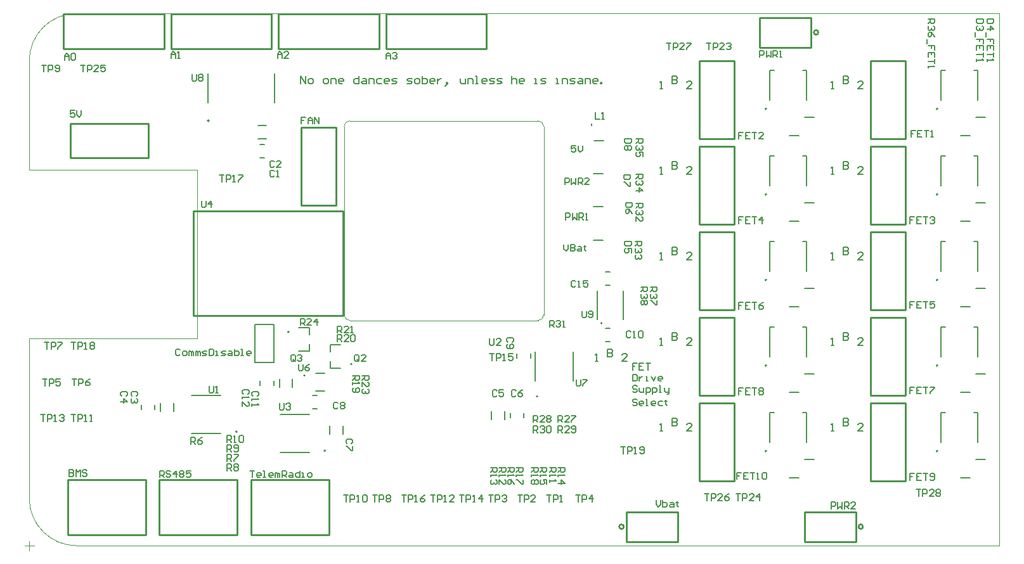
<source format=gto>
G04 Layer_Color=65535*
%FSLAX25Y25*%
%MOIN*%
G70*
G01*
G75*
%ADD27C,0.01000*%
%ADD30C,0.00100*%
%ADD63C,0.00787*%
%ADD64C,0.00500*%
%ADD65C,0.00600*%
%ADD66C,0.00700*%
D27*
X438323Y10000D02*
G03*
X438323Y10000I-1181J0D01*
G01*
X414823Y270000D02*
G03*
X414823Y270000I-1181J0D01*
G01*
X312539Y10000D02*
G03*
X312539Y10000I-1181J0D01*
G01*
X20350Y5600D02*
X61350D01*
X20350Y34600D02*
X61350D01*
X20350Y5600D02*
Y34600D01*
X61350Y5600D02*
Y34600D01*
X407496Y17874D02*
X434504D01*
Y2126D02*
Y17874D01*
X407496Y2126D02*
Y17874D01*
Y2126D02*
X434504D01*
X383996Y262126D02*
X411004D01*
X383996D02*
Y277874D01*
X411004Y262126D02*
Y277874D01*
X383996D02*
X411004D01*
X313996Y2126D02*
X341004D01*
X313996D02*
Y17874D01*
X341004Y2126D02*
Y17874D01*
X313996D02*
X341004D01*
X442300Y214000D02*
X460500D01*
X442300Y255000D02*
X460500D01*
Y214000D02*
Y255000D01*
X442300Y214000D02*
Y255000D01*
X116500Y5600D02*
X157500D01*
X116500Y34600D02*
X157500D01*
X116500Y5600D02*
Y34600D01*
X157500Y5600D02*
Y34600D01*
X161200Y179000D02*
Y220000D01*
X143000Y179000D02*
Y220000D01*
Y179000D02*
X161200D01*
X143000Y220000D02*
X161200D01*
X68400Y5600D02*
X109400D01*
X68400Y34600D02*
X109400D01*
X68400Y5600D02*
Y34600D01*
X109400Y5600D02*
Y34600D01*
X21500Y222200D02*
X62500D01*
X21500Y204000D02*
X62500D01*
Y222200D01*
X21500Y204000D02*
Y222200D01*
X187600Y279700D02*
X240400D01*
X187600Y261500D02*
X240400D01*
Y279700D01*
X187600Y261500D02*
Y279700D01*
X131100D02*
X183900D01*
X131100Y261500D02*
X183900D01*
Y279700D01*
X131100Y261500D02*
Y279700D01*
X74600D02*
X127400D01*
X74600Y261500D02*
X127400D01*
Y279700D01*
X74600Y261500D02*
Y279700D01*
X18100D02*
X70900D01*
X18100Y261500D02*
X70900D01*
Y279700D01*
X18100Y261500D02*
Y279700D01*
X164937Y120941D02*
Y176059D01*
X86197Y120941D02*
Y176059D01*
Y120941D02*
X164937D01*
X86197Y176059D02*
X164937D01*
X352300Y214000D02*
X370500D01*
X352300Y255000D02*
X370500D01*
Y214000D02*
Y255000D01*
X352300Y214000D02*
Y255000D01*
X442300Y169000D02*
X460500D01*
X442300Y210000D02*
X460500D01*
Y169000D02*
Y210000D01*
X442300Y169000D02*
Y210000D01*
X352300Y169000D02*
X370500D01*
X352300Y210000D02*
X370500D01*
Y169000D02*
Y210000D01*
X352300Y169000D02*
Y210000D01*
X442300Y124000D02*
X460500D01*
X442300Y165000D02*
X460500D01*
Y124000D02*
Y165000D01*
X442300Y124000D02*
Y165000D01*
X352300Y124000D02*
X370500D01*
X352300Y165000D02*
X370500D01*
Y124000D02*
Y165000D01*
X352300Y124000D02*
Y165000D01*
X442300Y79000D02*
X460500D01*
X442300Y120000D02*
X460500D01*
Y79000D02*
Y120000D01*
X442300Y79000D02*
Y120000D01*
X352300Y79000D02*
X370500D01*
X352300Y120000D02*
X370500D01*
Y79000D02*
Y120000D01*
X352300Y79000D02*
Y120000D01*
X442300Y34000D02*
X460500D01*
X442300Y75000D02*
X460500D01*
Y34000D02*
Y75000D01*
X442300Y34000D02*
Y75000D01*
X352300Y34000D02*
X370500D01*
X352300Y75000D02*
X370500D01*
Y34000D02*
Y75000D01*
X352300Y34000D02*
Y75000D01*
D30*
X165500Y121500D02*
G03*
X168500Y118500I3000J0D01*
G01*
X267500D02*
G03*
X270500Y121500I0J3000D01*
G01*
Y220500D02*
G03*
X267500Y223500I-3000J0D01*
G01*
X0Y25000D02*
G03*
X25000Y0I25000J0D01*
G01*
Y280000D02*
G03*
X0Y255000I0J-25000D01*
G01*
X168500Y223500D02*
G03*
X165500Y220500I0J-3000D01*
G01*
X0Y-2500D02*
Y2500D01*
X-2500Y0D02*
X2500D01*
X25000Y280000D02*
X510000D01*
X0Y25000D02*
Y109100D01*
Y197800D02*
Y255000D01*
Y109100D02*
X88300D01*
X0Y197800D02*
X88300D01*
Y109100D02*
Y197800D01*
X270500Y121500D02*
Y220500D01*
X165500Y121500D02*
Y220500D01*
X168500Y118500D02*
X267500D01*
X168500Y223500D02*
X267500D01*
X510000Y0D02*
Y280000D01*
X25000Y0D02*
X510000D01*
D63*
X267319Y78594D02*
G03*
X267319Y78594I-394J0D01*
G01*
X155799Y49925D02*
G03*
X155799Y49925I-394J0D01*
G01*
X109299Y59925D02*
G03*
X109299Y59925I-394J0D01*
G01*
X94532Y223520D02*
G03*
X94532Y223520I-394J0D01*
G01*
X387583Y49823D02*
G03*
X387583Y49823I-394J0D01*
G01*
X477583D02*
G03*
X477583Y49823I-394J0D01*
G01*
X387583Y94823D02*
G03*
X387583Y94823I-394J0D01*
G01*
X477583D02*
G03*
X477583Y94823I-394J0D01*
G01*
X387583Y139823D02*
G03*
X387583Y139823I-394J0D01*
G01*
X477583D02*
G03*
X477583Y139823I-394J0D01*
G01*
X387583Y184823D02*
G03*
X387583Y184823I-394J0D01*
G01*
X477583D02*
G03*
X477583Y184823I-394J0D01*
G01*
X387583Y229823D02*
G03*
X387583Y229823I-394J0D01*
G01*
X477583D02*
G03*
X477583Y229823I-394J0D01*
G01*
X169661Y95563D02*
G03*
X169661Y95563I-394J0D01*
G01*
X136626Y112437D02*
G03*
X136626Y112437I-394J0D01*
G01*
X145126Y89543D02*
G03*
X145126Y89543I-394J0D01*
G01*
X301169Y117051D02*
G03*
X301169Y117051I-394J0D01*
G01*
X118500Y116500D02*
X128500D01*
Y96500D02*
Y116500D01*
X118500Y96500D02*
X128500D01*
X118500D02*
Y116500D01*
X295638Y220910D02*
Y222091D01*
D64*
X285941Y86823D02*
Y102177D01*
X266059Y86823D02*
Y102177D01*
X131823Y68941D02*
X147177D01*
X131823Y49059D02*
X147177D01*
X85323Y78941D02*
X100677D01*
X85323Y59059D02*
X100677D01*
X128941Y232988D02*
Y248342D01*
X94059Y232988D02*
Y248342D01*
X389354Y69941D02*
X391717D01*
X389354Y54390D02*
Y69941D01*
X408646Y54390D02*
Y69941D01*
X406480D02*
X408646D01*
X479354D02*
X481716D01*
X479354Y54390D02*
Y69941D01*
X498646Y54390D02*
Y69941D01*
X496480D02*
X498646D01*
X389354Y114941D02*
X391717D01*
X389354Y99390D02*
Y114941D01*
X408646Y99390D02*
Y114941D01*
X406480D02*
X408646D01*
X479354D02*
X481716D01*
X479354Y99390D02*
Y114941D01*
X498646Y99390D02*
Y114941D01*
X496480D02*
X498646D01*
X389354Y159941D02*
X391717D01*
X389354Y144390D02*
Y159941D01*
X408646Y144390D02*
Y159941D01*
X406480D02*
X408646D01*
X479354D02*
X481716D01*
X479354Y144390D02*
Y159941D01*
X498646Y144390D02*
Y159941D01*
X496480D02*
X498646D01*
X389354Y204941D02*
X391717D01*
X389354Y189390D02*
Y204941D01*
X408646Y189390D02*
Y204941D01*
X406480D02*
X408646D01*
X479354D02*
X481716D01*
X479354Y189390D02*
Y204941D01*
X498646Y189390D02*
Y204941D01*
X496480D02*
X498646D01*
X389354Y249941D02*
X391717D01*
X389354Y234390D02*
Y249941D01*
X408646Y234390D02*
Y249941D01*
X406480D02*
X408646D01*
X479354D02*
X481716D01*
X479354Y234390D02*
Y249941D01*
X498646Y234390D02*
Y249941D01*
X496480D02*
X498646D01*
X263543Y98858D02*
Y101142D01*
X256457Y98858D02*
Y101142D01*
X148858Y71957D02*
X151142D01*
X148858Y79043D02*
X151142D01*
X164965Y58835D02*
Y63165D01*
X158035Y58835D02*
Y63165D01*
X260043Y67358D02*
Y69642D01*
X252957Y67358D02*
Y69642D01*
X249965Y66335D02*
Y70665D01*
X243035Y66335D02*
Y70665D01*
X58957Y71858D02*
Y74142D01*
X66043Y71858D02*
Y74142D01*
X69035Y70835D02*
Y75165D01*
X75965Y70835D02*
Y75165D01*
X121358Y211043D02*
X123642D01*
X121358Y203957D02*
X123642D01*
X120335Y220965D02*
X124665D01*
X120335Y214035D02*
X124665D01*
X131535Y83335D02*
Y87665D01*
X138465Y83335D02*
Y87665D01*
X128543Y84358D02*
Y86642D01*
X121457Y84358D02*
Y86642D01*
X158244Y93358D02*
X163756D01*
X158244Y105642D02*
X163756D01*
X158244Y93358D02*
Y97059D01*
Y101941D02*
Y105642D01*
X141744Y114642D02*
X147256D01*
X141744Y102358D02*
X147256D01*
Y110941D02*
Y114642D01*
Y102358D02*
Y106059D01*
X150539Y90606D02*
X155461D01*
X150539Y81394D02*
X155461D01*
X302858Y107457D02*
X305142D01*
X302858Y114543D02*
X305142D01*
X302858Y136957D02*
X305142D01*
X302858Y144043D02*
X305142D01*
X298557Y119020D02*
Y133980D01*
X312443Y119020D02*
Y133980D01*
D65*
X399500Y35721D02*
X404500D01*
X489500D02*
X494500D01*
X399500Y80721D02*
X404500D01*
X489500D02*
X494500D01*
X399500Y125721D02*
X404500D01*
X489500D02*
X494500D01*
X399500Y170721D02*
X404500D01*
X489500D02*
X494500D01*
X399500Y215721D02*
X404500D01*
X489500D02*
X494500D01*
X497500Y225279D02*
X502500D01*
X296500Y160780D02*
X301500D01*
X296500Y178253D02*
X301500D01*
X296500Y195727D02*
X301500D01*
X297000Y213201D02*
X302000D01*
X407500Y225279D02*
X412500D01*
X497500Y180280D02*
X502500D01*
X407500D02*
X412500D01*
X497500Y135280D02*
X502500D01*
X407500D02*
X412500D01*
X497500Y90280D02*
X502500D01*
X407500D02*
X412500D01*
X497500Y45279D02*
X502500D01*
X407500D02*
X412500D01*
D66*
X319533Y96001D02*
X317200D01*
Y94252D01*
X318366D01*
X317200D01*
Y92502D01*
X323031Y96001D02*
X320699D01*
Y92502D01*
X323031D01*
X320699Y94252D02*
X321865D01*
X324198Y96001D02*
X326530D01*
X325364D01*
Y92502D01*
X317200Y90122D02*
Y86624D01*
X318949D01*
X319533Y87207D01*
Y89539D01*
X318949Y90122D01*
X317200D01*
X320699Y88956D02*
Y86624D01*
Y87790D01*
X321282Y88373D01*
X321865Y88956D01*
X322448D01*
X324198Y86624D02*
X325364D01*
X324781D01*
Y88956D01*
X324198D01*
X327114D02*
X328280Y86624D01*
X329446Y88956D01*
X332362Y86624D02*
X331195D01*
X330612Y87207D01*
Y88373D01*
X331195Y88956D01*
X332362D01*
X332945Y88373D01*
Y87790D01*
X330612D01*
X319533Y83661D02*
X318949Y84244D01*
X317783D01*
X317200Y83661D01*
Y83078D01*
X317783Y82494D01*
X318949D01*
X319533Y81911D01*
Y81328D01*
X318949Y80745D01*
X317783D01*
X317200Y81328D01*
X320699Y83078D02*
Y81328D01*
X321282Y80745D01*
X323031D01*
Y83078D01*
X324198Y79579D02*
Y83078D01*
X325947D01*
X326530Y82494D01*
Y81328D01*
X325947Y80745D01*
X324198D01*
X327697Y79579D02*
Y83078D01*
X329446D01*
X330029Y82494D01*
Y81328D01*
X329446Y80745D01*
X327697D01*
X331195D02*
X332362D01*
X331779D01*
Y84244D01*
X331195D01*
X334111Y83078D02*
Y81328D01*
X334694Y80745D01*
X336444D01*
Y80162D01*
X335861Y79579D01*
X335278D01*
X336444Y80745D02*
Y83078D01*
X319533Y76616D02*
X318949Y77199D01*
X317783D01*
X317200Y76616D01*
Y76033D01*
X317783Y75449D01*
X318949D01*
X319533Y74866D01*
Y74283D01*
X318949Y73700D01*
X317783D01*
X317200Y74283D01*
X322448Y73700D02*
X321282D01*
X320699Y74283D01*
Y75449D01*
X321282Y76033D01*
X322448D01*
X323031Y75449D01*
Y74866D01*
X320699D01*
X324198Y73700D02*
X325364D01*
X324781D01*
Y77199D01*
X324198D01*
X328863Y73700D02*
X327697D01*
X327114Y74283D01*
Y75449D01*
X327697Y76033D01*
X328863D01*
X329446Y75449D01*
Y74866D01*
X327114D01*
X332945Y76033D02*
X331195D01*
X330612Y75449D01*
Y74283D01*
X331195Y73700D01*
X332945D01*
X334694Y76616D02*
Y76033D01*
X334111D01*
X335278D01*
X334694D01*
Y74283D01*
X335278Y73700D01*
X21000Y39999D02*
Y36500D01*
X22749D01*
X23333Y37083D01*
Y37666D01*
X22749Y38249D01*
X21000D01*
X22749D01*
X23333Y38833D01*
Y39416D01*
X22749Y39999D01*
X21000D01*
X24499Y36500D02*
Y39999D01*
X25665Y38833D01*
X26831Y39999D01*
Y36500D01*
X30330Y39416D02*
X29747Y39999D01*
X28581D01*
X27998Y39416D01*
Y38833D01*
X28581Y38249D01*
X29747D01*
X30330Y37666D01*
Y37083D01*
X29747Y36500D01*
X28581D01*
X27998Y37083D01*
X465833Y218499D02*
X463500D01*
Y216749D01*
X464666D01*
X463500D01*
Y215000D01*
X469332Y218499D02*
X466999D01*
Y215000D01*
X469332D01*
X466999Y216749D02*
X468165D01*
X470498Y218499D02*
X472830D01*
X471664D01*
Y215000D01*
X473997D02*
X475163D01*
X474580D01*
Y218499D01*
X473997Y217916D01*
X79333Y102916D02*
X78749Y103499D01*
X77583D01*
X77000Y102916D01*
Y100583D01*
X77583Y100000D01*
X78749D01*
X79333Y100583D01*
X81082Y100000D02*
X82248D01*
X82831Y100583D01*
Y101749D01*
X82248Y102333D01*
X81082D01*
X80499Y101749D01*
Y100583D01*
X81082Y100000D01*
X83998D02*
Y102333D01*
X84581D01*
X85164Y101749D01*
Y100000D01*
Y101749D01*
X85747Y102333D01*
X86330Y101749D01*
Y100000D01*
X87497D02*
Y102333D01*
X88080D01*
X88663Y101749D01*
Y100000D01*
Y101749D01*
X89246Y102333D01*
X89829Y101749D01*
Y100000D01*
X90996D02*
X92745D01*
X93328Y100583D01*
X92745Y101166D01*
X91579D01*
X90996Y101749D01*
X91579Y102333D01*
X93328D01*
X94494Y103499D02*
Y100000D01*
X96244D01*
X96827Y100583D01*
Y102916D01*
X96244Y103499D01*
X94494D01*
X97993Y100000D02*
X99159D01*
X98576D01*
Y102333D01*
X97993D01*
X100909Y100000D02*
X102658D01*
X103242Y100583D01*
X102658Y101166D01*
X101492D01*
X100909Y101749D01*
X101492Y102333D01*
X103242D01*
X104991D02*
X106157D01*
X106740Y101749D01*
Y100000D01*
X104991D01*
X104408Y100583D01*
X104991Y101166D01*
X106740D01*
X107907Y103499D02*
Y100000D01*
X109656D01*
X110239Y100583D01*
Y101166D01*
Y101749D01*
X109656Y102333D01*
X107907D01*
X111406Y100000D02*
X112572D01*
X111989D01*
Y103499D01*
X111406D01*
X116071Y100000D02*
X114904D01*
X114321Y100583D01*
Y101749D01*
X114904Y102333D01*
X116071D01*
X116654Y101749D01*
Y101166D01*
X114321D01*
X329500Y23999D02*
Y21666D01*
X330666Y20500D01*
X331833Y21666D01*
Y23999D01*
X332999D02*
Y20500D01*
X334748D01*
X335331Y21083D01*
Y21666D01*
Y22249D01*
X334748Y22833D01*
X332999D01*
X337081D02*
X338247D01*
X338830Y22249D01*
Y20500D01*
X337081D01*
X336498Y21083D01*
X337081Y21666D01*
X338830D01*
X340580Y23416D02*
Y22833D01*
X339997D01*
X341163D01*
X340580D01*
Y21083D01*
X341163Y20500D01*
X116000Y39499D02*
X118333D01*
X117166D01*
Y36000D01*
X121248D02*
X120082D01*
X119499Y36583D01*
Y37749D01*
X120082Y38333D01*
X121248D01*
X121831Y37749D01*
Y37166D01*
X119499D01*
X122998Y36000D02*
X124164D01*
X123581D01*
Y39499D01*
X122998D01*
X127663Y36000D02*
X126497D01*
X125914Y36583D01*
Y37749D01*
X126497Y38333D01*
X127663D01*
X128246Y37749D01*
Y37166D01*
X125914D01*
X129412Y36000D02*
Y38333D01*
X129996D01*
X130579Y37749D01*
Y36000D01*
Y37749D01*
X131162Y38333D01*
X131745Y37749D01*
Y36000D01*
X132911D02*
Y39499D01*
X134661D01*
X135244Y38916D01*
Y37749D01*
X134661Y37166D01*
X132911D01*
X134078D02*
X135244Y36000D01*
X136993Y38333D02*
X138160D01*
X138743Y37749D01*
Y36000D01*
X136993D01*
X136410Y36583D01*
X136993Y37166D01*
X138743D01*
X142242Y39499D02*
Y36000D01*
X140492D01*
X139909Y36583D01*
Y37749D01*
X140492Y38333D01*
X142242D01*
X143408Y36000D02*
X144574D01*
X143991D01*
Y38333D01*
X143408D01*
X146907Y36000D02*
X148073D01*
X148656Y36583D01*
Y37749D01*
X148073Y38333D01*
X146907D01*
X146324Y37749D01*
Y36583D01*
X146907Y36000D01*
X145333Y225499D02*
X143000D01*
Y223749D01*
X144166D01*
X143000D01*
Y222000D01*
X146499D02*
Y224333D01*
X147665Y225499D01*
X148831Y224333D01*
Y222000D01*
Y223749D01*
X146499D01*
X149998Y222000D02*
Y225499D01*
X152330Y222000D01*
Y225499D01*
X68500Y36000D02*
Y39499D01*
X70249D01*
X70833Y38916D01*
Y37749D01*
X70249Y37166D01*
X68500D01*
X69666D02*
X70833Y36000D01*
X74331Y38916D02*
X73748Y39499D01*
X72582D01*
X71999Y38916D01*
Y38333D01*
X72582Y37749D01*
X73748D01*
X74331Y37166D01*
Y36583D01*
X73748Y36000D01*
X72582D01*
X71999Y36583D01*
X77247Y36000D02*
Y39499D01*
X75498Y37749D01*
X77830D01*
X78997Y38916D02*
X79580Y39499D01*
X80746D01*
X81329Y38916D01*
Y38333D01*
X80746Y37749D01*
X81329Y37166D01*
Y36583D01*
X80746Y36000D01*
X79580D01*
X78997Y36583D01*
Y37166D01*
X79580Y37749D01*
X78997Y38333D01*
Y38916D01*
X79580Y37749D02*
X80746D01*
X84828Y39499D02*
X82495D01*
Y37749D01*
X83662Y38333D01*
X84245D01*
X84828Y37749D01*
Y36583D01*
X84245Y36000D01*
X83079D01*
X82495Y36583D01*
X384000Y257000D02*
Y260499D01*
X385749D01*
X386333Y259916D01*
Y258749D01*
X385749Y258166D01*
X384000D01*
X387499Y260499D02*
Y257000D01*
X388665Y258166D01*
X389831Y257000D01*
Y260499D01*
X390998Y257000D02*
Y260499D01*
X392747D01*
X393330Y259916D01*
Y258749D01*
X392747Y258166D01*
X390998D01*
X392164D02*
X393330Y257000D01*
X394497D02*
X395663D01*
X395080D01*
Y260499D01*
X394497Y259916D01*
X23933Y228899D02*
X21600D01*
Y227149D01*
X22766Y227733D01*
X23349D01*
X23933Y227149D01*
Y225983D01*
X23349Y225400D01*
X22183D01*
X21600Y225983D01*
X25099Y228899D02*
Y226566D01*
X26265Y225400D01*
X27431Y226566D01*
Y228899D01*
X297500Y227999D02*
Y224500D01*
X299833D01*
X300999D02*
X302165D01*
X301582D01*
Y227999D01*
X300999Y227416D01*
X287500Y87499D02*
Y84583D01*
X288083Y84000D01*
X289249D01*
X289833Y84583D01*
Y87499D01*
X290999D02*
X293331D01*
Y86916D01*
X290999Y84583D01*
Y84000D01*
X273500Y115000D02*
Y118499D01*
X275249D01*
X275833Y117916D01*
Y116749D01*
X275249Y116166D01*
X273500D01*
X274666D02*
X275833Y115000D01*
X276999Y117916D02*
X277582Y118499D01*
X278748D01*
X279331Y117916D01*
Y117333D01*
X278748Y116749D01*
X278165D01*
X278748D01*
X279331Y116166D01*
Y115583D01*
X278748Y115000D01*
X277582D01*
X276999Y115583D01*
X280498Y115000D02*
X281664D01*
X281081D01*
Y118499D01*
X280498Y117916D01*
X265000Y59500D02*
Y62999D01*
X266749D01*
X267333Y62416D01*
Y61249D01*
X266749Y60666D01*
X265000D01*
X266166D02*
X267333Y59500D01*
X268499Y62416D02*
X269082Y62999D01*
X270248D01*
X270831Y62416D01*
Y61833D01*
X270248Y61249D01*
X269665D01*
X270248D01*
X270831Y60666D01*
Y60083D01*
X270248Y59500D01*
X269082D01*
X268499Y60083D01*
X271998Y62416D02*
X272581Y62999D01*
X273747D01*
X274330Y62416D01*
Y60083D01*
X273747Y59500D01*
X272581D01*
X271998Y60083D01*
Y62416D01*
X278000Y59500D02*
Y62999D01*
X279749D01*
X280333Y62416D01*
Y61249D01*
X279749Y60666D01*
X278000D01*
X279166D02*
X280333Y59500D01*
X283831D02*
X281499D01*
X283831Y61833D01*
Y62416D01*
X283248Y62999D01*
X282082D01*
X281499Y62416D01*
X284998Y60083D02*
X285581Y59500D01*
X286747D01*
X287330Y60083D01*
Y62416D01*
X286747Y62999D01*
X285581D01*
X284998Y62416D01*
Y61833D01*
X285581Y61249D01*
X287330D01*
X265000Y65000D02*
Y68499D01*
X266749D01*
X267333Y67916D01*
Y66749D01*
X266749Y66166D01*
X265000D01*
X266166D02*
X267333Y65000D01*
X270831D02*
X268499D01*
X270831Y67333D01*
Y67916D01*
X270248Y68499D01*
X269082D01*
X268499Y67916D01*
X271998D02*
X272581Y68499D01*
X273747D01*
X274330Y67916D01*
Y67333D01*
X273747Y66749D01*
X274330Y66166D01*
Y65583D01*
X273747Y65000D01*
X272581D01*
X271998Y65583D01*
Y66166D01*
X272581Y66749D01*
X271998Y67333D01*
Y67916D01*
X272581Y66749D02*
X273747D01*
X278000Y65000D02*
Y68499D01*
X279749D01*
X280333Y67916D01*
Y66749D01*
X279749Y66166D01*
X278000D01*
X279166D02*
X280333Y65000D01*
X283831D02*
X281499D01*
X283831Y67333D01*
Y67916D01*
X283248Y68499D01*
X282082D01*
X281499Y67916D01*
X284998Y68499D02*
X287330D01*
Y67916D01*
X284998Y65583D01*
Y65000D01*
X131500Y74999D02*
Y72083D01*
X132083Y71500D01*
X133249D01*
X133833Y72083D01*
Y74999D01*
X134999Y74416D02*
X135582Y74999D01*
X136748D01*
X137331Y74416D01*
Y73833D01*
X136748Y73249D01*
X136165D01*
X136748D01*
X137331Y72666D01*
Y72083D01*
X136748Y71500D01*
X135582D01*
X134999Y72083D01*
X242000Y108999D02*
Y106083D01*
X242583Y105500D01*
X243749D01*
X244333Y106083D01*
Y108999D01*
X247831Y105500D02*
X245499D01*
X247831Y107833D01*
Y108416D01*
X247248Y108999D01*
X246082D01*
X245499Y108416D01*
X94500Y83999D02*
Y81083D01*
X95083Y80500D01*
X96249D01*
X96833Y81083D01*
Y83999D01*
X97999Y80500D02*
X99165D01*
X98582D01*
Y83999D01*
X97999Y83416D01*
X85500Y247999D02*
Y245083D01*
X86083Y244500D01*
X87249D01*
X87833Y245083D01*
Y247999D01*
X88999Y247416D02*
X89582Y247999D01*
X90748D01*
X91331Y247416D01*
Y246833D01*
X90748Y246249D01*
X91331Y245666D01*
Y245083D01*
X90748Y244500D01*
X89582D01*
X88999Y245083D01*
Y245666D01*
X89582Y246249D01*
X88999Y246833D01*
Y247416D01*
X89582Y246249D02*
X90748D01*
X264000Y41000D02*
X267499D01*
Y39251D01*
X266916Y38667D01*
X265749D01*
X265166Y39251D01*
Y41000D01*
Y39834D02*
X264000Y38667D01*
Y37501D02*
Y36335D01*
Y36918D01*
X267499D01*
X266916Y37501D01*
Y34585D02*
X267499Y34002D01*
Y32836D01*
X266916Y32253D01*
X266333D01*
X265749Y32836D01*
X265166Y32253D01*
X264583D01*
X264000Y32836D01*
Y34002D01*
X264583Y34585D01*
X265166D01*
X265749Y34002D01*
X266333Y34585D01*
X266916D01*
X265749Y34002D02*
Y32836D01*
X256000Y41000D02*
X259499D01*
Y39251D01*
X258916Y38667D01*
X257749D01*
X257166Y39251D01*
Y41000D01*
Y39834D02*
X256000Y38667D01*
Y37501D02*
Y36335D01*
Y36918D01*
X259499D01*
X258916Y37501D01*
X259499Y34585D02*
Y32253D01*
X258916D01*
X256583Y34585D01*
X256000D01*
X251500Y41000D02*
X254999D01*
Y39251D01*
X254416Y38667D01*
X253249D01*
X252666Y39251D01*
Y41000D01*
Y39834D02*
X251500Y38667D01*
Y37501D02*
Y36335D01*
Y36918D01*
X254999D01*
X254416Y37501D01*
X254999Y32253D02*
X254416Y33419D01*
X253249Y34585D01*
X252083D01*
X251500Y34002D01*
Y32836D01*
X252083Y32253D01*
X252666D01*
X253249Y32836D01*
Y34585D01*
X268500Y41000D02*
X271999D01*
Y39251D01*
X271416Y38667D01*
X270249D01*
X269666Y39251D01*
Y41000D01*
Y39834D02*
X268500Y38667D01*
Y37501D02*
Y36335D01*
Y36918D01*
X271999D01*
X271416Y37501D01*
X271999Y32253D02*
Y34585D01*
X270249D01*
X270833Y33419D01*
Y32836D01*
X270249Y32253D01*
X269083D01*
X268500Y32836D01*
Y34002D01*
X269083Y34585D01*
X278000Y41000D02*
X281499D01*
Y39251D01*
X280916Y38667D01*
X279749D01*
X279166Y39251D01*
Y41000D01*
Y39834D02*
X278000Y38667D01*
Y37501D02*
Y36335D01*
Y36918D01*
X281499D01*
X280916Y37501D01*
X278000Y32836D02*
X281499D01*
X279749Y34585D01*
Y32253D01*
X242500Y41000D02*
X245999D01*
Y39251D01*
X245416Y38667D01*
X244249D01*
X243666Y39251D01*
Y41000D01*
Y39834D02*
X242500Y38667D01*
Y37501D02*
Y36335D01*
Y36918D01*
X245999D01*
X245416Y37501D01*
Y34585D02*
X245999Y34002D01*
Y32836D01*
X245416Y32253D01*
X244833D01*
X244249Y32836D01*
Y33419D01*
Y32836D01*
X243666Y32253D01*
X243083D01*
X242500Y32836D01*
Y34002D01*
X243083Y34585D01*
X247000Y41000D02*
X250499D01*
Y39251D01*
X249916Y38667D01*
X248749D01*
X248166Y39251D01*
Y41000D01*
Y39834D02*
X247000Y38667D01*
Y37501D02*
Y36335D01*
Y36918D01*
X250499D01*
X249916Y37501D01*
X247000Y32253D02*
Y34585D01*
X249333Y32253D01*
X249916D01*
X250499Y32836D01*
Y34002D01*
X249916Y34585D01*
X273500Y41000D02*
X276999D01*
Y39251D01*
X276416Y38667D01*
X275249D01*
X274666Y39251D01*
Y41000D01*
Y39834D02*
X273500Y38667D01*
Y37501D02*
Y36335D01*
Y36918D01*
X276999D01*
X276416Y37501D01*
X273500Y34585D02*
Y33419D01*
Y34002D01*
X276999D01*
X276416Y34585D01*
X104000Y54500D02*
Y57999D01*
X105749D01*
X106333Y57416D01*
Y56249D01*
X105749Y55666D01*
X104000D01*
X105166D02*
X106333Y54500D01*
X107499D02*
X108665D01*
X108082D01*
Y57999D01*
X107499Y57416D01*
X110415D02*
X110998Y57999D01*
X112164D01*
X112747Y57416D01*
Y55083D01*
X112164Y54500D01*
X110998D01*
X110415Y55083D01*
Y57416D01*
X104000Y49500D02*
Y52999D01*
X105749D01*
X106333Y52416D01*
Y51249D01*
X105749Y50666D01*
X104000D01*
X105166D02*
X106333Y49500D01*
X107499Y50083D02*
X108082Y49500D01*
X109248D01*
X109831Y50083D01*
Y52416D01*
X109248Y52999D01*
X108082D01*
X107499Y52416D01*
Y51833D01*
X108082Y51249D01*
X109831D01*
X104000Y39500D02*
Y42999D01*
X105749D01*
X106333Y42416D01*
Y41249D01*
X105749Y40666D01*
X104000D01*
X105166D02*
X106333Y39500D01*
X107499Y42416D02*
X108082Y42999D01*
X109248D01*
X109831Y42416D01*
Y41833D01*
X109248Y41249D01*
X109831Y40666D01*
Y40083D01*
X109248Y39500D01*
X108082D01*
X107499Y40083D01*
Y40666D01*
X108082Y41249D01*
X107499Y41833D01*
Y42416D01*
X108082Y41249D02*
X109248D01*
X104000Y44500D02*
Y47999D01*
X105749D01*
X106333Y47416D01*
Y46249D01*
X105749Y45666D01*
X104000D01*
X105166D02*
X106333Y44500D01*
X107499Y47999D02*
X109831D01*
Y47416D01*
X107499Y45083D01*
Y44500D01*
X85000Y53500D02*
Y56999D01*
X86749D01*
X87333Y56416D01*
Y55249D01*
X86749Y54666D01*
X85000D01*
X86166D02*
X87333Y53500D01*
X90831Y56999D02*
X89665Y56416D01*
X88499Y55249D01*
Y54083D01*
X89082Y53500D01*
X90248D01*
X90831Y54083D01*
Y54666D01*
X90248Y55249D01*
X88499D01*
X501499Y277000D02*
X498000D01*
Y275251D01*
X498583Y274667D01*
X500916D01*
X501499Y275251D01*
Y277000D01*
X500916Y273501D02*
X501499Y272918D01*
Y271752D01*
X500916Y271169D01*
X500333D01*
X499749Y271752D01*
Y272335D01*
Y271752D01*
X499166Y271169D01*
X498583D01*
X498000Y271752D01*
Y272918D01*
X498583Y273501D01*
X497417Y270002D02*
Y267670D01*
X501499Y264171D02*
Y266503D01*
X499749D01*
Y265337D01*
Y266503D01*
X498000D01*
X501499Y260672D02*
Y263004D01*
X498000D01*
Y260672D01*
X499749Y263004D02*
Y261838D01*
X501499Y259506D02*
Y257173D01*
Y258339D01*
X498000D01*
Y256007D02*
Y254840D01*
Y255424D01*
X501499D01*
X500916Y256007D01*
X253916Y107167D02*
X254499Y107751D01*
Y108917D01*
X253916Y109500D01*
X251583D01*
X251000Y108917D01*
Y107751D01*
X251583Y107167D01*
Y106001D02*
X251000Y105418D01*
Y104252D01*
X251583Y103669D01*
X253916D01*
X254499Y104252D01*
Y105418D01*
X253916Y106001D01*
X253333D01*
X252749Y105418D01*
Y103669D01*
X162333Y74916D02*
X161749Y75499D01*
X160583D01*
X160000Y74916D01*
Y72583D01*
X160583Y72000D01*
X161749D01*
X162333Y72583D01*
X163499Y74916D02*
X164082Y75499D01*
X165248D01*
X165831Y74916D01*
Y74333D01*
X165248Y73749D01*
X165831Y73166D01*
Y72583D01*
X165248Y72000D01*
X164082D01*
X163499Y72583D01*
Y73166D01*
X164082Y73749D01*
X163499Y74333D01*
Y74916D01*
X164082Y73749D02*
X165248D01*
X169416Y53667D02*
X169999Y54251D01*
Y55417D01*
X169416Y56000D01*
X167083D01*
X166500Y55417D01*
Y54251D01*
X167083Y53667D01*
X169999Y52501D02*
Y50169D01*
X169416D01*
X167083Y52501D01*
X166500D01*
X255833Y81416D02*
X255249Y81999D01*
X254083D01*
X253500Y81416D01*
Y79083D01*
X254083Y78500D01*
X255249D01*
X255833Y79083D01*
X259331Y81999D02*
X258165Y81416D01*
X256999Y80249D01*
Y79083D01*
X257582Y78500D01*
X258748D01*
X259331Y79083D01*
Y79666D01*
X258748Y80249D01*
X256999D01*
X245833Y81416D02*
X245249Y81999D01*
X244083D01*
X243500Y81416D01*
Y79083D01*
X244083Y78500D01*
X245249D01*
X245833Y79083D01*
X249331Y81999D02*
X246999D01*
Y80249D01*
X248165Y80833D01*
X248748D01*
X249331Y80249D01*
Y79083D01*
X248748Y78500D01*
X247582D01*
X246999Y79083D01*
X50916Y78667D02*
X51499Y79251D01*
Y80417D01*
X50916Y81000D01*
X48583D01*
X48000Y80417D01*
Y79251D01*
X48583Y78667D01*
X48000Y75752D02*
X51499D01*
X49749Y77501D01*
Y75169D01*
X56416Y78667D02*
X56999Y79251D01*
Y80417D01*
X56416Y81000D01*
X54083D01*
X53500Y80417D01*
Y79251D01*
X54083Y78667D01*
X56416Y77501D02*
X56999Y76918D01*
Y75752D01*
X56416Y75169D01*
X55833D01*
X55249Y75752D01*
Y76335D01*
Y75752D01*
X54666Y75169D01*
X54083D01*
X53500Y75752D01*
Y76918D01*
X54083Y77501D01*
X128833Y201916D02*
X128249Y202499D01*
X127083D01*
X126500Y201916D01*
Y199583D01*
X127083Y199000D01*
X128249D01*
X128833Y199583D01*
X132331Y199000D02*
X129999D01*
X132331Y201333D01*
Y201916D01*
X131748Y202499D01*
X130582D01*
X129999Y201916D01*
X128833Y196916D02*
X128249Y197499D01*
X127083D01*
X126500Y196916D01*
Y194583D01*
X127083Y194000D01*
X128249D01*
X128833Y194583D01*
X129999Y194000D02*
X131165D01*
X130582D01*
Y197499D01*
X129999Y196916D01*
X187500Y256000D02*
Y258333D01*
X188666Y259499D01*
X189833Y258333D01*
Y256000D01*
Y257749D01*
X187500D01*
X190999Y258916D02*
X191582Y259499D01*
X192748D01*
X193331Y258916D01*
Y258333D01*
X192748Y257749D01*
X192165D01*
X192748D01*
X193331Y257166D01*
Y256583D01*
X192748Y256000D01*
X191582D01*
X190999Y256583D01*
X130500Y256500D02*
Y258833D01*
X131666Y259999D01*
X132833Y258833D01*
Y256500D01*
Y258249D01*
X130500D01*
X136331Y256500D02*
X133999D01*
X136331Y258833D01*
Y259416D01*
X135748Y259999D01*
X134582D01*
X133999Y259416D01*
X74500Y256500D02*
Y258833D01*
X75666Y259999D01*
X76833Y258833D01*
Y256500D01*
Y258249D01*
X74500D01*
X77999Y256500D02*
X79165D01*
X78582D01*
Y259999D01*
X77999Y259416D01*
X18500Y255500D02*
Y257833D01*
X19666Y258999D01*
X20833Y257833D01*
Y255500D01*
Y257249D01*
X18500D01*
X21999Y258416D02*
X22582Y258999D01*
X23748D01*
X24331Y258416D01*
Y256083D01*
X23748Y255500D01*
X22582D01*
X21999Y256083D01*
Y258416D01*
X119916Y78667D02*
X120499Y79251D01*
Y80417D01*
X119916Y81000D01*
X117583D01*
X117000Y80417D01*
Y79251D01*
X117583Y78667D01*
X117000Y77501D02*
Y76335D01*
Y76918D01*
X120499D01*
X119916Y77501D01*
X117000Y74585D02*
Y73419D01*
Y74002D01*
X120499D01*
X119916Y74585D01*
X114916Y79667D02*
X115499Y80251D01*
Y81417D01*
X114916Y82000D01*
X112583D01*
X112000Y81417D01*
Y80251D01*
X112583Y79667D01*
X112000Y78501D02*
Y77335D01*
Y77918D01*
X115499D01*
X114916Y78501D01*
X112000Y73253D02*
Y75585D01*
X114333Y73253D01*
X114916D01*
X115499Y73836D01*
Y75002D01*
X114916Y75585D01*
X173333Y97583D02*
Y99916D01*
X172749Y100499D01*
X171583D01*
X171000Y99916D01*
Y97583D01*
X171583Y97000D01*
X172749D01*
X172166Y98166D02*
X173333Y97000D01*
X172749D02*
X173333Y97583D01*
X176831Y97000D02*
X174499D01*
X176831Y99333D01*
Y99916D01*
X176248Y100499D01*
X175082D01*
X174499Y99916D01*
X139833Y97583D02*
Y99916D01*
X139249Y100499D01*
X138083D01*
X137500Y99916D01*
Y97583D01*
X138083Y97000D01*
X139249D01*
X138666Y98166D02*
X139833Y97000D01*
X139249D02*
X139833Y97583D01*
X140999Y99916D02*
X141582Y100499D01*
X142748D01*
X143331Y99916D01*
Y99333D01*
X142748Y98749D01*
X142165D01*
X142748D01*
X143331Y98166D01*
Y97583D01*
X142748Y97000D01*
X141582D01*
X140999Y97583D01*
X170000Y89500D02*
X173499D01*
Y87751D01*
X172916Y87167D01*
X171749D01*
X171166Y87751D01*
Y89500D01*
Y88334D02*
X170000Y87167D01*
Y86001D02*
Y84835D01*
Y85418D01*
X173499D01*
X172916Y86001D01*
X170583Y83085D02*
X170000Y82502D01*
Y81336D01*
X170583Y80753D01*
X172916D01*
X173499Y81336D01*
Y82502D01*
X172916Y83085D01*
X172333D01*
X171749Y82502D01*
Y80753D01*
X162000Y107500D02*
Y110999D01*
X163749D01*
X164333Y110416D01*
Y109249D01*
X163749Y108666D01*
X162000D01*
X163166D02*
X164333Y107500D01*
X167831D02*
X165499D01*
X167831Y109833D01*
Y110416D01*
X167248Y110999D01*
X166082D01*
X165499Y110416D01*
X168998D02*
X169581Y110999D01*
X170747D01*
X171330Y110416D01*
Y108083D01*
X170747Y107500D01*
X169581D01*
X168998Y108083D01*
Y110416D01*
X162000Y112000D02*
Y115499D01*
X163749D01*
X164333Y114916D01*
Y113749D01*
X163749Y113166D01*
X162000D01*
X163166D02*
X164333Y112000D01*
X167831D02*
X165499D01*
X167831Y114333D01*
Y114916D01*
X167248Y115499D01*
X166082D01*
X165499Y114916D01*
X168998Y112000D02*
X170164D01*
X169581D01*
Y115499D01*
X168998Y114916D01*
X175000Y89500D02*
X178499D01*
Y87751D01*
X177916Y87167D01*
X176749D01*
X176166Y87751D01*
Y89500D01*
Y88334D02*
X175000Y87167D01*
Y83669D02*
Y86001D01*
X177333Y83669D01*
X177916D01*
X178499Y84252D01*
Y85418D01*
X177916Y86001D01*
Y82502D02*
X178499Y81919D01*
Y80753D01*
X177916Y80170D01*
X177333D01*
X176749Y80753D01*
Y81336D01*
Y80753D01*
X176166Y80170D01*
X175583D01*
X175000Y80753D01*
Y81919D01*
X175583Y82502D01*
X142532Y116000D02*
Y119499D01*
X144281D01*
X144864Y118916D01*
Y117749D01*
X144281Y117166D01*
X142532D01*
X143698D02*
X144864Y116000D01*
X148363D02*
X146030D01*
X148363Y118333D01*
Y118916D01*
X147780Y119499D01*
X146614D01*
X146030Y118916D01*
X151279Y116000D02*
Y119499D01*
X149529Y117749D01*
X151862D01*
X90500Y181499D02*
Y178583D01*
X91083Y178000D01*
X92249D01*
X92833Y178583D01*
Y181499D01*
X95748Y178000D02*
Y181499D01*
X93999Y179749D01*
X96331D01*
X506999Y277000D02*
X503500D01*
Y275251D01*
X504083Y274667D01*
X506416D01*
X506999Y275251D01*
Y277000D01*
X503500Y271752D02*
X506999D01*
X505249Y273501D01*
Y271169D01*
X502917Y270002D02*
Y267670D01*
X506999Y264171D02*
Y266503D01*
X505249D01*
Y265337D01*
Y266503D01*
X503500D01*
X506999Y260672D02*
Y263004D01*
X503500D01*
Y260672D01*
X505249Y263004D02*
Y261838D01*
X506999Y259506D02*
Y257173D01*
Y258339D01*
X503500D01*
Y256007D02*
Y254840D01*
Y255424D01*
X506999D01*
X506416Y256007D01*
X316499Y160000D02*
X313000D01*
Y158251D01*
X313583Y157667D01*
X315916D01*
X316499Y158251D01*
Y160000D01*
Y154169D02*
Y156501D01*
X314749D01*
X315333Y155335D01*
Y154752D01*
X314749Y154169D01*
X313583D01*
X313000Y154752D01*
Y155918D01*
X313583Y156501D01*
X316999Y180474D02*
X313500D01*
Y178724D01*
X314083Y178141D01*
X316416D01*
X316999Y178724D01*
Y180474D01*
Y174642D02*
X316416Y175809D01*
X315249Y176975D01*
X314083D01*
X313500Y176392D01*
Y175225D01*
X314083Y174642D01*
X314666D01*
X315249Y175225D01*
Y176975D01*
X315999Y195000D02*
X312500D01*
Y193251D01*
X313083Y192667D01*
X315416D01*
X315999Y193251D01*
Y195000D01*
Y191501D02*
Y189169D01*
X315416D01*
X313083Y191501D01*
X312500D01*
X316499Y214000D02*
X313000D01*
Y212251D01*
X313583Y211667D01*
X315916D01*
X316499Y212251D01*
Y214000D01*
X315916Y210501D02*
X316499Y209918D01*
Y208752D01*
X315916Y208169D01*
X315333D01*
X314749Y208752D01*
X314166Y208169D01*
X313583D01*
X313000Y208752D01*
Y209918D01*
X313583Y210501D01*
X314166D01*
X314749Y209918D01*
X315333Y210501D01*
X315916D01*
X314749Y209918D02*
Y208752D01*
X421500Y19500D02*
Y22999D01*
X423249D01*
X423833Y22416D01*
Y21249D01*
X423249Y20666D01*
X421500D01*
X424999Y22999D02*
Y19500D01*
X426165Y20666D01*
X427331Y19500D01*
Y22999D01*
X428498Y19500D02*
Y22999D01*
X430247D01*
X430830Y22416D01*
Y21249D01*
X430247Y20666D01*
X428498D01*
X429664D02*
X430830Y19500D01*
X434329D02*
X431997D01*
X434329Y21833D01*
Y22416D01*
X433746Y22999D01*
X432580D01*
X431997Y22416D01*
X319000Y180000D02*
X322499D01*
Y178251D01*
X321916Y177667D01*
X320749D01*
X320166Y178251D01*
Y180000D01*
Y178834D02*
X319000Y177667D01*
X321916Y176501D02*
X322499Y175918D01*
Y174752D01*
X321916Y174169D01*
X321333D01*
X320749Y174752D01*
Y175335D01*
Y174752D01*
X320166Y174169D01*
X319583D01*
X319000Y174752D01*
Y175918D01*
X319583Y176501D01*
X319000Y170670D02*
Y173002D01*
X321333Y170670D01*
X321916D01*
X322499Y171253D01*
Y172419D01*
X321916Y173002D01*
X318500Y160000D02*
X321999D01*
Y158251D01*
X321416Y157667D01*
X320249D01*
X319666Y158251D01*
Y160000D01*
Y158834D02*
X318500Y157667D01*
X321416Y156501D02*
X321999Y155918D01*
Y154752D01*
X321416Y154169D01*
X320833D01*
X320249Y154752D01*
Y155335D01*
Y154752D01*
X319666Y154169D01*
X319083D01*
X318500Y154752D01*
Y155918D01*
X319083Y156501D01*
X321416Y153002D02*
X321999Y152419D01*
Y151253D01*
X321416Y150670D01*
X320833D01*
X320249Y151253D01*
Y151836D01*
Y151253D01*
X319666Y150670D01*
X319083D01*
X318500Y151253D01*
Y152419D01*
X319083Y153002D01*
X319000Y195500D02*
X322499D01*
Y193751D01*
X321916Y193167D01*
X320749D01*
X320166Y193751D01*
Y195500D01*
Y194334D02*
X319000Y193167D01*
X321916Y192001D02*
X322499Y191418D01*
Y190252D01*
X321916Y189669D01*
X321333D01*
X320749Y190252D01*
Y190835D01*
Y190252D01*
X320166Y189669D01*
X319583D01*
X319000Y190252D01*
Y191418D01*
X319583Y192001D01*
X319000Y186753D02*
X322499D01*
X320749Y188502D01*
Y186170D01*
X319000Y214000D02*
X322499D01*
Y212251D01*
X321916Y211667D01*
X320749D01*
X320166Y212251D01*
Y214000D01*
Y212834D02*
X319000Y211667D01*
X321916Y210501D02*
X322499Y209918D01*
Y208752D01*
X321916Y208169D01*
X321333D01*
X320749Y208752D01*
Y209335D01*
Y208752D01*
X320166Y208169D01*
X319583D01*
X319000Y208752D01*
Y209918D01*
X319583Y210501D01*
X322499Y204670D02*
Y207002D01*
X320749D01*
X321333Y205836D01*
Y205253D01*
X320749Y204670D01*
X319583D01*
X319000Y205253D01*
Y206419D01*
X319583Y207002D01*
X472500Y277000D02*
X475999D01*
Y275251D01*
X475416Y274667D01*
X474249D01*
X473666Y275251D01*
Y277000D01*
Y275834D02*
X472500Y274667D01*
X475416Y273501D02*
X475999Y272918D01*
Y271752D01*
X475416Y271169D01*
X474833D01*
X474249Y271752D01*
Y272335D01*
Y271752D01*
X473666Y271169D01*
X473083D01*
X472500Y271752D01*
Y272918D01*
X473083Y273501D01*
X475999Y267670D02*
X475416Y268836D01*
X474249Y270002D01*
X473083D01*
X472500Y269419D01*
Y268253D01*
X473083Y267670D01*
X473666D01*
X474249Y268253D01*
Y270002D01*
X471917Y266503D02*
Y264171D01*
X475999Y260672D02*
Y263004D01*
X474249D01*
Y261838D01*
Y263004D01*
X472500D01*
X475999Y257173D02*
Y259506D01*
X472500D01*
Y257173D01*
X474249Y259506D02*
Y258339D01*
X475999Y256007D02*
Y253674D01*
Y254840D01*
X472500D01*
Y252508D02*
Y251342D01*
Y251925D01*
X475999D01*
X475416Y252508D01*
X141500Y95499D02*
Y92583D01*
X142083Y92000D01*
X143249D01*
X143833Y92583D01*
Y95499D01*
X147331D02*
X146165Y94916D01*
X144999Y93749D01*
Y92583D01*
X145582Y92000D01*
X146748D01*
X147331Y92583D01*
Y93166D01*
X146748Y93749D01*
X144999D01*
X316333Y112416D02*
X315749Y112999D01*
X314583D01*
X314000Y112416D01*
Y110083D01*
X314583Y109500D01*
X315749D01*
X316333Y110083D01*
X317499Y109500D02*
X318665D01*
X318082D01*
Y112999D01*
X317499Y112416D01*
X320415D02*
X320998Y112999D01*
X322164D01*
X322747Y112416D01*
Y110083D01*
X322164Y109500D01*
X320998D01*
X320415Y110083D01*
Y112416D01*
X287333Y138916D02*
X286749Y139499D01*
X285583D01*
X285000Y138916D01*
Y136583D01*
X285583Y136000D01*
X286749D01*
X287333Y136583D01*
X288499Y136000D02*
X289665D01*
X289082D01*
Y139499D01*
X288499Y138916D01*
X293747Y139499D02*
X291415D01*
Y137749D01*
X292581Y138333D01*
X293164D01*
X293747Y137749D01*
Y136583D01*
X293164Y136000D01*
X291998D01*
X291415Y136583D01*
X326500Y136000D02*
X329999D01*
Y134251D01*
X329416Y133667D01*
X328249D01*
X327666Y134251D01*
Y136000D01*
Y134834D02*
X326500Y133667D01*
X329416Y132501D02*
X329999Y131918D01*
Y130752D01*
X329416Y130169D01*
X328833D01*
X328249Y130752D01*
Y131335D01*
Y130752D01*
X327666Y130169D01*
X327083D01*
X326500Y130752D01*
Y131918D01*
X327083Y132501D01*
X329999Y129002D02*
Y126670D01*
X329416D01*
X327083Y129002D01*
X326500D01*
X321500Y136000D02*
X324999D01*
Y134251D01*
X324416Y133667D01*
X323249D01*
X322666Y134251D01*
Y136000D01*
Y134834D02*
X321500Y133667D01*
X324416Y132501D02*
X324999Y131918D01*
Y130752D01*
X324416Y130169D01*
X323833D01*
X323249Y130752D01*
Y131335D01*
Y130752D01*
X322666Y130169D01*
X322083D01*
X321500Y130752D01*
Y131918D01*
X322083Y132501D01*
X324416Y129002D02*
X324999Y128419D01*
Y127253D01*
X324416Y126670D01*
X323833D01*
X323249Y127253D01*
X322666Y126670D01*
X322083D01*
X321500Y127253D01*
Y128419D01*
X322083Y129002D01*
X322666D01*
X323249Y128419D01*
X323833Y129002D01*
X324416D01*
X323249Y128419D02*
Y127253D01*
X290500Y123499D02*
Y120583D01*
X291083Y120000D01*
X292249D01*
X292833Y120583D01*
Y123499D01*
X293999Y120583D02*
X294582Y120000D01*
X295748D01*
X296331Y120583D01*
Y122916D01*
X295748Y123499D01*
X294582D01*
X293999Y122916D01*
Y122333D01*
X294582Y121749D01*
X296331D01*
X375333Y217499D02*
X373000D01*
Y215749D01*
X374166D01*
X373000D01*
Y214000D01*
X378831Y217499D02*
X376499D01*
Y214000D01*
X378831D01*
X376499Y215749D02*
X377665D01*
X379998Y217499D02*
X382330D01*
X381164D01*
Y214000D01*
X385829D02*
X383497D01*
X385829Y216333D01*
Y216916D01*
X385246Y217499D01*
X384080D01*
X383497Y216916D01*
X465333Y172999D02*
X463000D01*
Y171249D01*
X464166D01*
X463000D01*
Y169500D01*
X468831Y172999D02*
X466499D01*
Y169500D01*
X468831D01*
X466499Y171249D02*
X467665D01*
X469998Y172999D02*
X472330D01*
X471164D01*
Y169500D01*
X473497Y172416D02*
X474080Y172999D01*
X475246D01*
X475829Y172416D01*
Y171833D01*
X475246Y171249D01*
X474663D01*
X475246D01*
X475829Y170666D01*
Y170083D01*
X475246Y169500D01*
X474080D01*
X473497Y170083D01*
X375333Y172999D02*
X373000D01*
Y171249D01*
X374166D01*
X373000D01*
Y169500D01*
X378831Y172999D02*
X376499D01*
Y169500D01*
X378831D01*
X376499Y171249D02*
X377665D01*
X379998Y172999D02*
X382330D01*
X381164D01*
Y169500D01*
X385246D02*
Y172999D01*
X383497Y171249D01*
X385829D01*
X465333Y128499D02*
X463000D01*
Y126749D01*
X464166D01*
X463000D01*
Y125000D01*
X468831Y128499D02*
X466499D01*
Y125000D01*
X468831D01*
X466499Y126749D02*
X467665D01*
X469998Y128499D02*
X472330D01*
X471164D01*
Y125000D01*
X475829Y128499D02*
X473497D01*
Y126749D01*
X474663Y127333D01*
X475246D01*
X475829Y126749D01*
Y125583D01*
X475246Y125000D01*
X474080D01*
X473497Y125583D01*
X375333Y127999D02*
X373000D01*
Y126249D01*
X374166D01*
X373000D01*
Y124500D01*
X378831Y127999D02*
X376499D01*
Y124500D01*
X378831D01*
X376499Y126249D02*
X377665D01*
X379998Y127999D02*
X382330D01*
X381164D01*
Y124500D01*
X385829Y127999D02*
X384663Y127416D01*
X383497Y126249D01*
Y125083D01*
X384080Y124500D01*
X385246D01*
X385829Y125083D01*
Y125666D01*
X385246Y126249D01*
X383497D01*
X465333Y83499D02*
X463000D01*
Y81749D01*
X464166D01*
X463000D01*
Y80000D01*
X468831Y83499D02*
X466499D01*
Y80000D01*
X468831D01*
X466499Y81749D02*
X467665D01*
X469998Y83499D02*
X472330D01*
X471164D01*
Y80000D01*
X473497Y83499D02*
X475829D01*
Y82916D01*
X473497Y80583D01*
Y80000D01*
X375333Y82999D02*
X373000D01*
Y81249D01*
X374166D01*
X373000D01*
Y79500D01*
X378831Y82999D02*
X376499D01*
Y79500D01*
X378831D01*
X376499Y81249D02*
X377665D01*
X379998Y82999D02*
X382330D01*
X381164D01*
Y79500D01*
X383497Y82416D02*
X384080Y82999D01*
X385246D01*
X385829Y82416D01*
Y81833D01*
X385246Y81249D01*
X385829Y80666D01*
Y80083D01*
X385246Y79500D01*
X384080D01*
X383497Y80083D01*
Y80666D01*
X384080Y81249D01*
X383497Y81833D01*
Y82416D01*
X384080Y81249D02*
X385246D01*
X465333Y37999D02*
X463000D01*
Y36249D01*
X464166D01*
X463000D01*
Y34500D01*
X468831Y37999D02*
X466499D01*
Y34500D01*
X468831D01*
X466499Y36249D02*
X467665D01*
X469998Y37999D02*
X472330D01*
X471164D01*
Y34500D01*
X473497Y35083D02*
X474080Y34500D01*
X475246D01*
X475829Y35083D01*
Y37416D01*
X475246Y37999D01*
X474080D01*
X473497Y37416D01*
Y36833D01*
X474080Y36249D01*
X475829D01*
X374333Y38499D02*
X372000D01*
Y36749D01*
X373166D01*
X372000D01*
Y35000D01*
X377831Y38499D02*
X375499D01*
Y35000D01*
X377831D01*
X375499Y36749D02*
X376665D01*
X378998Y38499D02*
X381330D01*
X380164D01*
Y35000D01*
X382497D02*
X383663D01*
X383080D01*
Y38499D01*
X382497Y37916D01*
X385412D02*
X385996Y38499D01*
X387162D01*
X387745Y37916D01*
Y35583D01*
X387162Y35000D01*
X385996D01*
X385412Y35583D01*
Y37916D01*
X272000Y26599D02*
X274333D01*
X273166D01*
Y23100D01*
X275499D02*
Y26599D01*
X277248D01*
X277831Y26016D01*
Y24849D01*
X277248Y24266D01*
X275499D01*
X278998Y23100D02*
X280164D01*
X279581D01*
Y26599D01*
X278998Y26016D01*
X256800Y26599D02*
X259133D01*
X257966D01*
Y23100D01*
X260299D02*
Y26599D01*
X262048D01*
X262631Y26016D01*
Y24849D01*
X262048Y24266D01*
X260299D01*
X266130Y23100D02*
X263798D01*
X266130Y25433D01*
Y26016D01*
X265547Y26599D01*
X264381D01*
X263798Y26016D01*
X241600Y26599D02*
X243933D01*
X242766D01*
Y23100D01*
X245099D02*
Y26599D01*
X246848D01*
X247431Y26016D01*
Y24849D01*
X246848Y24266D01*
X245099D01*
X248598Y26016D02*
X249181Y26599D01*
X250347D01*
X250930Y26016D01*
Y25433D01*
X250347Y24849D01*
X249764D01*
X250347D01*
X250930Y24266D01*
Y23683D01*
X250347Y23100D01*
X249181D01*
X248598Y23683D01*
X287300Y26599D02*
X289633D01*
X288466D01*
Y23100D01*
X290799D02*
Y26599D01*
X292548D01*
X293131Y26016D01*
Y24849D01*
X292548Y24266D01*
X290799D01*
X296047Y23100D02*
Y26599D01*
X294298Y24849D01*
X296630D01*
X7000Y87649D02*
X9333D01*
X8166D01*
Y84150D01*
X10499D02*
Y87649D01*
X12248D01*
X12832Y87066D01*
Y85899D01*
X12248Y85316D01*
X10499D01*
X16330Y87649D02*
X13998D01*
Y85899D01*
X15164Y86483D01*
X15747D01*
X16330Y85899D01*
Y84733D01*
X15747Y84150D01*
X14581D01*
X13998Y84733D01*
X22500Y87749D02*
X24833D01*
X23666D01*
Y84250D01*
X25999D02*
Y87749D01*
X27748D01*
X28332Y87166D01*
Y85999D01*
X27748Y85416D01*
X25999D01*
X31830Y87749D02*
X30664Y87166D01*
X29498Y85999D01*
Y84833D01*
X30081Y84250D01*
X31247D01*
X31830Y84833D01*
Y85416D01*
X31247Y85999D01*
X29498D01*
X8000Y106999D02*
X10333D01*
X9166D01*
Y103500D01*
X11499D02*
Y106999D01*
X13248D01*
X13832Y106416D01*
Y105249D01*
X13248Y104666D01*
X11499D01*
X14998Y106999D02*
X17330D01*
Y106416D01*
X14998Y104083D01*
Y103500D01*
X180600Y26599D02*
X182933D01*
X181766D01*
Y23100D01*
X184099D02*
Y26599D01*
X185848D01*
X186431Y26016D01*
Y24849D01*
X185848Y24266D01*
X184099D01*
X187598Y26016D02*
X188181Y26599D01*
X189347D01*
X189930Y26016D01*
Y25433D01*
X189347Y24849D01*
X189930Y24266D01*
Y23683D01*
X189347Y23100D01*
X188181D01*
X187598Y23683D01*
Y24266D01*
X188181Y24849D01*
X187598Y25433D01*
Y26016D01*
X188181Y24849D02*
X189347D01*
X6600Y252799D02*
X8933D01*
X7766D01*
Y249300D01*
X10099D02*
Y252799D01*
X11848D01*
X12431Y252216D01*
Y251049D01*
X11848Y250466D01*
X10099D01*
X13598Y249883D02*
X14181Y249300D01*
X15347D01*
X15930Y249883D01*
Y252216D01*
X15347Y252799D01*
X14181D01*
X13598Y252216D01*
Y251633D01*
X14181Y251049D01*
X15930D01*
X165300Y26599D02*
X167633D01*
X166466D01*
Y23100D01*
X168799D02*
Y26599D01*
X170548D01*
X171131Y26016D01*
Y24849D01*
X170548Y24266D01*
X168799D01*
X172298Y23100D02*
X173464D01*
X172881D01*
Y26599D01*
X172298Y26016D01*
X175214D02*
X175797Y26599D01*
X176963D01*
X177546Y26016D01*
Y23683D01*
X176963Y23100D01*
X175797D01*
X175214Y23683D01*
Y26016D01*
X22000Y68999D02*
X24333D01*
X23166D01*
Y65500D01*
X25499D02*
Y68999D01*
X27248D01*
X27832Y68416D01*
Y67249D01*
X27248Y66666D01*
X25499D01*
X28998Y65500D02*
X30164D01*
X29581D01*
Y68999D01*
X28998Y68416D01*
X31914Y65500D02*
X33080D01*
X32497D01*
Y68999D01*
X31914Y68416D01*
X211050Y26599D02*
X213383D01*
X212216D01*
Y23100D01*
X214549D02*
Y26599D01*
X216298D01*
X216881Y26016D01*
Y24849D01*
X216298Y24266D01*
X214549D01*
X218048Y23100D02*
X219214D01*
X218631D01*
Y26599D01*
X218048Y26016D01*
X223296Y23100D02*
X220964D01*
X223296Y25433D01*
Y26016D01*
X222713Y26599D01*
X221547D01*
X220964Y26016D01*
X6000Y68999D02*
X8333D01*
X7166D01*
Y65500D01*
X9499D02*
Y68999D01*
X11248D01*
X11831Y68416D01*
Y67249D01*
X11248Y66666D01*
X9499D01*
X12998Y65500D02*
X14164D01*
X13581D01*
Y68999D01*
X12998Y68416D01*
X15913D02*
X16497Y68999D01*
X17663D01*
X18246Y68416D01*
Y67833D01*
X17663Y67249D01*
X17080D01*
X17663D01*
X18246Y66666D01*
Y66083D01*
X17663Y65500D01*
X16497D01*
X15913Y66083D01*
X226250Y26599D02*
X228583D01*
X227416D01*
Y23100D01*
X229749D02*
Y26599D01*
X231498D01*
X232081Y26016D01*
Y24849D01*
X231498Y24266D01*
X229749D01*
X233248Y23100D02*
X234414D01*
X233831D01*
Y26599D01*
X233248Y26016D01*
X237913Y23100D02*
Y26599D01*
X236163Y24849D01*
X238496D01*
X242000Y100999D02*
X244333D01*
X243166D01*
Y97500D01*
X245499D02*
Y100999D01*
X247248D01*
X247831Y100416D01*
Y99249D01*
X247248Y98666D01*
X245499D01*
X248998Y97500D02*
X250164D01*
X249581D01*
Y100999D01*
X248998Y100416D01*
X254246Y100999D02*
X251913D01*
Y99249D01*
X253080Y99833D01*
X253663D01*
X254246Y99249D01*
Y98083D01*
X253663Y97500D01*
X252497D01*
X251913Y98083D01*
X195800Y26599D02*
X198133D01*
X196966D01*
Y23100D01*
X199299D02*
Y26599D01*
X201048D01*
X201631Y26016D01*
Y24849D01*
X201048Y24266D01*
X199299D01*
X202798Y23100D02*
X203964D01*
X203381D01*
Y26599D01*
X202798Y26016D01*
X208046Y26599D02*
X206880Y26016D01*
X205714Y24849D01*
Y23683D01*
X206297Y23100D01*
X207463D01*
X208046Y23683D01*
Y24266D01*
X207463Y24849D01*
X205714D01*
X100000Y194999D02*
X102333D01*
X101166D01*
Y191500D01*
X103499D02*
Y194999D01*
X105248D01*
X105831Y194416D01*
Y193249D01*
X105248Y192666D01*
X103499D01*
X106998Y191500D02*
X108164D01*
X107581D01*
Y194999D01*
X106998Y194416D01*
X109914Y194999D02*
X112246D01*
Y194416D01*
X109914Y192083D01*
Y191500D01*
X22000Y106999D02*
X24333D01*
X23166D01*
Y103500D01*
X25499D02*
Y106999D01*
X27248D01*
X27832Y106416D01*
Y105249D01*
X27248Y104666D01*
X25499D01*
X28998Y103500D02*
X30164D01*
X29581D01*
Y106999D01*
X28998Y106416D01*
X31914D02*
X32497Y106999D01*
X33663D01*
X34246Y106416D01*
Y105833D01*
X33663Y105249D01*
X34246Y104666D01*
Y104083D01*
X33663Y103500D01*
X32497D01*
X31914Y104083D01*
Y104666D01*
X32497Y105249D01*
X31914Y105833D01*
Y106416D01*
X32497Y105249D02*
X33663D01*
X311000Y51999D02*
X313333D01*
X312166D01*
Y48500D01*
X314499D02*
Y51999D01*
X316248D01*
X316831Y51416D01*
Y50249D01*
X316248Y49666D01*
X314499D01*
X317998Y48500D02*
X319164D01*
X318581D01*
Y51999D01*
X317998Y51416D01*
X320914Y49083D02*
X321497Y48500D01*
X322663D01*
X323246Y49083D01*
Y51416D01*
X322663Y51999D01*
X321497D01*
X320914Y51416D01*
Y50833D01*
X321497Y50249D01*
X323246D01*
X356000Y264499D02*
X358333D01*
X357166D01*
Y261000D01*
X359499D02*
Y264499D01*
X361248D01*
X361831Y263916D01*
Y262749D01*
X361248Y262166D01*
X359499D01*
X365330Y261000D02*
X362998D01*
X365330Y263333D01*
Y263916D01*
X364747Y264499D01*
X363581D01*
X362998Y263916D01*
X366497D02*
X367080Y264499D01*
X368246D01*
X368829Y263916D01*
Y263333D01*
X368246Y262749D01*
X367663D01*
X368246D01*
X368829Y262166D01*
Y261583D01*
X368246Y261000D01*
X367080D01*
X366497Y261583D01*
X371600Y27299D02*
X373933D01*
X372766D01*
Y23800D01*
X375099D02*
Y27299D01*
X376848D01*
X377431Y26716D01*
Y25549D01*
X376848Y24966D01*
X375099D01*
X380930Y23800D02*
X378598D01*
X380930Y26133D01*
Y26716D01*
X380347Y27299D01*
X379181D01*
X378598Y26716D01*
X383846Y23800D02*
Y27299D01*
X382097Y25549D01*
X384429D01*
X27100Y252799D02*
X29433D01*
X28266D01*
Y249300D01*
X30599D02*
Y252799D01*
X32348D01*
X32932Y252216D01*
Y251049D01*
X32348Y250466D01*
X30599D01*
X36430Y249300D02*
X34098D01*
X36430Y251633D01*
Y252216D01*
X35847Y252799D01*
X34681D01*
X34098Y252216D01*
X39929Y252799D02*
X37597D01*
Y251049D01*
X38763Y251633D01*
X39346D01*
X39929Y251049D01*
Y249883D01*
X39346Y249300D01*
X38180D01*
X37597Y249883D01*
X355100Y27299D02*
X357433D01*
X356266D01*
Y23800D01*
X358599D02*
Y27299D01*
X360348D01*
X360931Y26716D01*
Y25549D01*
X360348Y24966D01*
X358599D01*
X364430Y23800D02*
X362098D01*
X364430Y26133D01*
Y26716D01*
X363847Y27299D01*
X362681D01*
X362098Y26716D01*
X367929Y27299D02*
X366763Y26716D01*
X365597Y25549D01*
Y24383D01*
X366180Y23800D01*
X367346D01*
X367929Y24383D01*
Y24966D01*
X367346Y25549D01*
X365597D01*
X335000Y264499D02*
X337333D01*
X336166D01*
Y261000D01*
X338499D02*
Y264499D01*
X340248D01*
X340831Y263916D01*
Y262749D01*
X340248Y262166D01*
X338499D01*
X344330Y261000D02*
X341998D01*
X344330Y263333D01*
Y263916D01*
X343747Y264499D01*
X342581D01*
X341998Y263916D01*
X345497Y264499D02*
X347829D01*
Y263916D01*
X345497Y261583D01*
Y261000D01*
X466300Y29599D02*
X468633D01*
X467466D01*
Y26100D01*
X469799D02*
Y29599D01*
X471548D01*
X472131Y29016D01*
Y27849D01*
X471548Y27266D01*
X469799D01*
X475630Y26100D02*
X473298D01*
X475630Y28433D01*
Y29016D01*
X475047Y29599D01*
X473881D01*
X473298Y29016D01*
X476797D02*
X477380Y29599D01*
X478546D01*
X479129Y29016D01*
Y28433D01*
X478546Y27849D01*
X479129Y27266D01*
Y26683D01*
X478546Y26100D01*
X477380D01*
X476797Y26683D01*
Y27266D01*
X477380Y27849D01*
X476797Y28433D01*
Y29016D01*
X477380Y27849D02*
X478546D01*
X331500Y240500D02*
X332833D01*
X332166D01*
Y244499D01*
X331500Y243832D01*
X338000Y246999D02*
Y243000D01*
X339999D01*
X340666Y243666D01*
Y244333D01*
X339999Y244999D01*
X338000D01*
X339999D01*
X340666Y245666D01*
Y246332D01*
X339999Y246999D01*
X338000D01*
X348166Y240500D02*
X345500D01*
X348166Y243166D01*
Y243832D01*
X347499Y244499D01*
X346166D01*
X345500Y243832D01*
X297500Y97000D02*
X298833D01*
X298166D01*
Y100999D01*
X297500Y100332D01*
X304000Y103499D02*
Y99500D01*
X305999D01*
X306666Y100166D01*
Y100833D01*
X305999Y101499D01*
X304000D01*
X305999D01*
X306666Y102166D01*
Y102832D01*
X305999Y103499D01*
X304000D01*
X314166Y97000D02*
X311500D01*
X314166Y99666D01*
Y100332D01*
X313499Y100999D01*
X312166D01*
X311500Y100332D01*
X438166Y240500D02*
X435500D01*
X438166Y243166D01*
Y243832D01*
X437499Y244499D01*
X436166D01*
X435500Y243832D01*
X428000Y246999D02*
Y243000D01*
X429999D01*
X430666Y243666D01*
Y244333D01*
X429999Y244999D01*
X428000D01*
X429999D01*
X430666Y245666D01*
Y246332D01*
X429999Y246999D01*
X428000D01*
X421500Y240500D02*
X422833D01*
X422166D01*
Y244499D01*
X421500Y243832D01*
X438166Y195500D02*
X435500D01*
X438166Y198166D01*
Y198832D01*
X437499Y199499D01*
X436166D01*
X435500Y198832D01*
X428000Y201999D02*
Y198000D01*
X429999D01*
X430666Y198667D01*
Y199333D01*
X429999Y199999D01*
X428000D01*
X429999D01*
X430666Y200666D01*
Y201332D01*
X429999Y201999D01*
X428000D01*
X421500Y195500D02*
X422833D01*
X422166D01*
Y199499D01*
X421500Y198832D01*
X331500Y195500D02*
X332833D01*
X332166D01*
Y199499D01*
X331500Y198832D01*
X338000Y201999D02*
Y198000D01*
X339999D01*
X340666Y198667D01*
Y199333D01*
X339999Y199999D01*
X338000D01*
X339999D01*
X340666Y200666D01*
Y201332D01*
X339999Y201999D01*
X338000D01*
X348166Y195500D02*
X345500D01*
X348166Y198166D01*
Y198832D01*
X347499Y199499D01*
X346166D01*
X345500Y198832D01*
X438166Y150500D02*
X435500D01*
X438166Y153166D01*
Y153832D01*
X437499Y154499D01*
X436166D01*
X435500Y153832D01*
X428000Y156999D02*
Y153000D01*
X429999D01*
X430666Y153666D01*
Y154333D01*
X429999Y154999D01*
X428000D01*
X429999D01*
X430666Y155666D01*
Y156332D01*
X429999Y156999D01*
X428000D01*
X421500Y150500D02*
X422833D01*
X422166D01*
Y154499D01*
X421500Y153832D01*
X331500Y150500D02*
X332833D01*
X332166D01*
Y154499D01*
X331500Y153832D01*
X338000Y156999D02*
Y153000D01*
X339999D01*
X340666Y153666D01*
Y154333D01*
X339999Y154999D01*
X338000D01*
X339999D01*
X340666Y155666D01*
Y156332D01*
X339999Y156999D01*
X338000D01*
X348166Y150500D02*
X345500D01*
X348166Y153166D01*
Y153832D01*
X347499Y154499D01*
X346166D01*
X345500Y153832D01*
X438166Y105500D02*
X435500D01*
X438166Y108166D01*
Y108832D01*
X437499Y109499D01*
X436166D01*
X435500Y108832D01*
X428000Y111999D02*
Y108000D01*
X429999D01*
X430666Y108667D01*
Y109333D01*
X429999Y109999D01*
X428000D01*
X429999D01*
X430666Y110666D01*
Y111332D01*
X429999Y111999D01*
X428000D01*
X421500Y105500D02*
X422833D01*
X422166D01*
Y109499D01*
X421500Y108832D01*
X438166Y60500D02*
X435500D01*
X438166Y63166D01*
Y63832D01*
X437499Y64499D01*
X436166D01*
X435500Y63832D01*
X428000Y66999D02*
Y63000D01*
X429999D01*
X430666Y63666D01*
Y64333D01*
X429999Y64999D01*
X428000D01*
X429999D01*
X430666Y65666D01*
Y66332D01*
X429999Y66999D01*
X428000D01*
X421500Y60500D02*
X422833D01*
X422166D01*
Y64499D01*
X421500Y63832D01*
X331500Y60500D02*
X332833D01*
X332166D01*
Y64499D01*
X331500Y63832D01*
X338000Y66999D02*
Y63000D01*
X339999D01*
X340666Y63666D01*
Y64333D01*
X339999Y64999D01*
X338000D01*
X339999D01*
X340666Y65666D01*
Y66332D01*
X339999Y66999D01*
X338000D01*
X348166Y60500D02*
X345500D01*
X348166Y63166D01*
Y63832D01*
X347499Y64499D01*
X346166D01*
X345500Y63832D01*
X331500Y105500D02*
X332833D01*
X332166D01*
Y109499D01*
X331500Y108832D01*
X338000Y111999D02*
Y108000D01*
X339999D01*
X340666Y108667D01*
Y109333D01*
X339999Y109999D01*
X338000D01*
X339999D01*
X340666Y110666D01*
Y111332D01*
X339999Y111999D01*
X338000D01*
X348166Y105500D02*
X345500D01*
X348166Y108166D01*
Y108832D01*
X347499Y109499D01*
X346166D01*
X345500Y108832D01*
X281000Y158499D02*
Y156166D01*
X282166Y155000D01*
X283333Y156166D01*
Y158499D01*
X284499D02*
Y155000D01*
X286248D01*
X286831Y155583D01*
Y156166D01*
X286248Y156749D01*
X284499D01*
X286248D01*
X286831Y157333D01*
Y157916D01*
X286248Y158499D01*
X284499D01*
X288581Y157333D02*
X289747D01*
X290330Y156749D01*
Y155000D01*
X288581D01*
X287998Y155583D01*
X288581Y156166D01*
X290330D01*
X292080Y157916D02*
Y157333D01*
X291497D01*
X292663D01*
X292080D01*
Y155583D01*
X292663Y155000D01*
X282000Y171500D02*
Y174999D01*
X283749D01*
X284333Y174416D01*
Y173249D01*
X283749Y172666D01*
X282000D01*
X285499Y174999D02*
Y171500D01*
X286665Y172666D01*
X287831Y171500D01*
Y174999D01*
X288998Y171500D02*
Y174999D01*
X290747D01*
X291330Y174416D01*
Y173249D01*
X290747Y172666D01*
X288998D01*
X290164D02*
X291330Y171500D01*
X292497D02*
X293663D01*
X293080D01*
Y174999D01*
X292497Y174416D01*
X281500Y190000D02*
Y193499D01*
X283249D01*
X283833Y192916D01*
Y191749D01*
X283249Y191166D01*
X281500D01*
X284999Y193499D02*
Y190000D01*
X286165Y191166D01*
X287331Y190000D01*
Y193499D01*
X288498Y190000D02*
Y193499D01*
X290247D01*
X290830Y192916D01*
Y191749D01*
X290247Y191166D01*
X288498D01*
X289664D02*
X290830Y190000D01*
X294329D02*
X291997D01*
X294329Y192333D01*
Y192916D01*
X293746Y193499D01*
X292580D01*
X291997Y192916D01*
X287333Y210499D02*
X285000D01*
Y208749D01*
X286166Y209333D01*
X286749D01*
X287333Y208749D01*
Y207583D01*
X286749Y207000D01*
X285583D01*
X285000Y207583D01*
X288499Y210499D02*
Y208166D01*
X289665Y207000D01*
X290831Y208166D01*
Y210499D01*
X142500Y243000D02*
Y246999D01*
X145166Y243000D01*
Y246999D01*
X147165Y243000D02*
X148498D01*
X149164Y243666D01*
Y244999D01*
X148498Y245666D01*
X147165D01*
X146499Y244999D01*
Y243666D01*
X147165Y243000D01*
X155163D02*
X156495D01*
X157162Y243666D01*
Y244999D01*
X156495Y245666D01*
X155163D01*
X154496Y244999D01*
Y243666D01*
X155163Y243000D01*
X158495D02*
Y245666D01*
X160494D01*
X161161Y244999D01*
Y243000D01*
X164493D02*
X163160D01*
X162494Y243666D01*
Y244999D01*
X163160Y245666D01*
X164493D01*
X165159Y244999D01*
Y244333D01*
X162494D01*
X173157Y246999D02*
Y243000D01*
X171157D01*
X170491Y243666D01*
Y244999D01*
X171157Y245666D01*
X173157D01*
X175156D02*
X176489D01*
X177155Y244999D01*
Y243000D01*
X175156D01*
X174490Y243666D01*
X175156Y244333D01*
X177155D01*
X178488Y243000D02*
Y245666D01*
X180488D01*
X181154Y244999D01*
Y243000D01*
X185153Y245666D02*
X183153D01*
X182487Y244999D01*
Y243666D01*
X183153Y243000D01*
X185153D01*
X188485D02*
X187152D01*
X186486Y243666D01*
Y244999D01*
X187152Y245666D01*
X188485D01*
X189152Y244999D01*
Y244333D01*
X186486D01*
X190484Y243000D02*
X192484D01*
X193150Y243666D01*
X192484Y244333D01*
X191151D01*
X190484Y244999D01*
X191151Y245666D01*
X193150D01*
X198482Y243000D02*
X200481D01*
X201148Y243666D01*
X200481Y244333D01*
X199148D01*
X198482Y244999D01*
X199148Y245666D01*
X201148D01*
X203147Y243000D02*
X204480D01*
X205147Y243666D01*
Y244999D01*
X204480Y245666D01*
X203147D01*
X202481Y244999D01*
Y243666D01*
X203147Y243000D01*
X206479Y246999D02*
Y243000D01*
X208479D01*
X209145Y243666D01*
Y244333D01*
Y244999D01*
X208479Y245666D01*
X206479D01*
X212477Y243000D02*
X211144D01*
X210478Y243666D01*
Y244999D01*
X211144Y245666D01*
X212477D01*
X213144Y244999D01*
Y244333D01*
X210478D01*
X214477Y245666D02*
Y243000D01*
Y244333D01*
X215143Y244999D01*
X215810Y245666D01*
X216476D01*
X219142Y242334D02*
X219808Y243000D01*
Y243666D01*
X219142D01*
Y243000D01*
X219808D01*
X219142Y242334D01*
X218476Y241667D01*
X226473Y245666D02*
Y243666D01*
X227139Y243000D01*
X229139D01*
Y245666D01*
X230472Y243000D02*
Y245666D01*
X232471D01*
X233137Y244999D01*
Y243000D01*
X234470D02*
X235803D01*
X235137D01*
Y246999D01*
X234470D01*
X239802Y243000D02*
X238469D01*
X237803Y243666D01*
Y244999D01*
X238469Y245666D01*
X239802D01*
X240468Y244999D01*
Y244333D01*
X237803D01*
X241801Y243000D02*
X243801D01*
X244467Y243666D01*
X243801Y244333D01*
X242468D01*
X241801Y244999D01*
X242468Y245666D01*
X244467D01*
X245800Y243000D02*
X247799D01*
X248466Y243666D01*
X247799Y244333D01*
X246466D01*
X245800Y244999D01*
X246466Y245666D01*
X248466D01*
X253797Y246999D02*
Y243000D01*
Y244999D01*
X254464Y245666D01*
X255797D01*
X256463Y244999D01*
Y243000D01*
X259795D02*
X258463D01*
X257796Y243666D01*
Y244999D01*
X258463Y245666D01*
X259795D01*
X260462Y244999D01*
Y244333D01*
X257796D01*
X265794Y243000D02*
X267126D01*
X266460D01*
Y245666D01*
X265794D01*
X269126Y243000D02*
X271125D01*
X271792Y243666D01*
X271125Y244333D01*
X269792D01*
X269126Y244999D01*
X269792Y245666D01*
X271792D01*
X277123Y243000D02*
X278456D01*
X277790D01*
Y245666D01*
X277123D01*
X280455Y243000D02*
Y245666D01*
X282455D01*
X283121Y244999D01*
Y243000D01*
X284454D02*
X286454D01*
X287120Y243666D01*
X286454Y244333D01*
X285121D01*
X284454Y244999D01*
X285121Y245666D01*
X287120D01*
X289119D02*
X290452D01*
X291119Y244999D01*
Y243000D01*
X289119D01*
X288453Y243666D01*
X289119Y244333D01*
X291119D01*
X292452Y243000D02*
Y245666D01*
X294451D01*
X295117Y244999D01*
Y243000D01*
X298450D02*
X297117D01*
X296450Y243666D01*
Y244999D01*
X297117Y245666D01*
X298450D01*
X299116Y244999D01*
Y244333D01*
X296450D01*
X300449Y243000D02*
Y243666D01*
X301115D01*
Y243000D01*
X300449D01*
M02*

</source>
